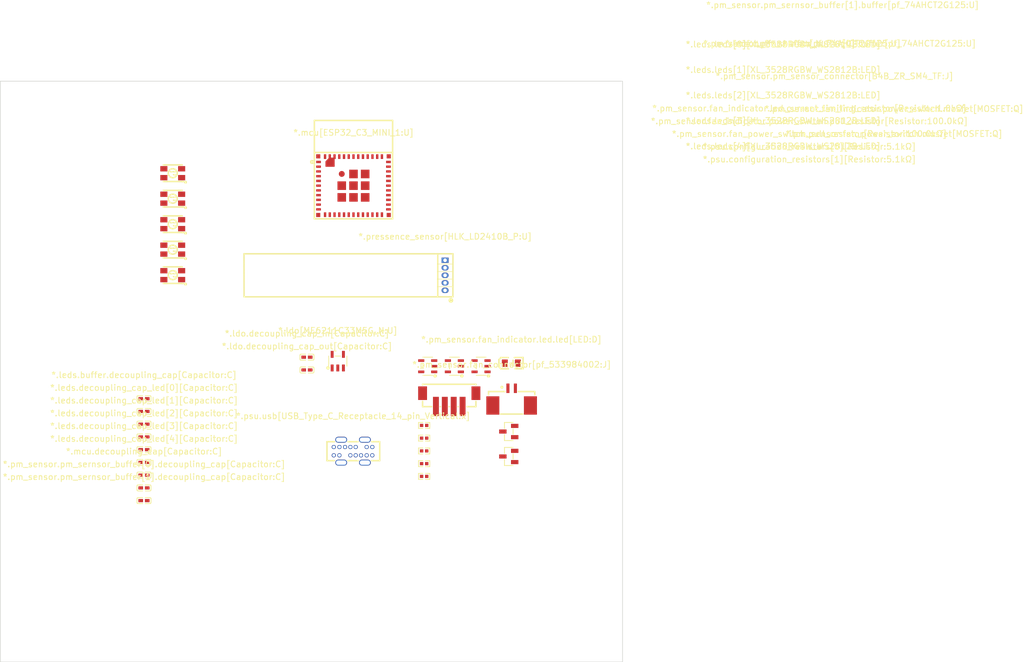
<source format=kicad_pcb>
(kicad_pcb (version 20221018) (generator pcbnew)
  (layers (0 "F.Cu" signal) (31 "B.Cu" signal) (34 "B.Paste" user) (35 "F.Paste" user) (36 "B.SilkS" user "B.Silkscreen") (37 "F.SilkS" user "F.Silkscreen") (38 "B.Mask" user) (39 "F.Mask" user) (44 "Edge.Cuts" user))
  (net 0 "")
  (net 1 "*.leds.buffer.decoupling_cap[Capacitor:C]-*.leds.buffer.buffer[pf_74AHCT2G125:U]")
  (net 2 "*.pressence_sensor[HLK_LD2410B_P:U]-*.mcu[ESP32_C3_MINI_1:U]")
  (net 3 "*.mcu[ESP32_C3_MINI_1:U]-*.pressence_sensor[HLK_LD2410B_P:U]")
  (net 4 "*.psu.usb[USB_Type_C_Receptacle_14_pin_Vertical:x]-*.psu.configuration_resistors[0][Resistor:5.1kΩ]")
  (net 5 "*.leds.buffer.buffer[pf_74AHCT2G125:U]-*.leds.buffer.decoupling_cap[Capacitor:C]-*.leds.buffer.buffer[pf_74AHCT2G125:U]")
  (net 6 "*.pm_sensor.fan_indicator.led.current_limiting_resistor[Resistor:1.0kΩ]-*.pm_sensor.fan_indicator.led.led[LED:D]")
  (net 7 "*.leds.leds[0][XL_3528RGBW_WS2812B:LED]-*.leds.leds[1][XL_3528RGBW_WS2812B:LED]")
  (net 8 "*.pm_sensor.fan_indicator.led.led[LED:D]-*.mcu.decoupling_cap[Capacitor:C]-*.pm_sensor.pm_sernsor_buffer[1].decoupling_cap[Capacitor:C]-*.ldo[ME6211C33M5G_N:U]-*.mcu[ESP32_C3_MINI_1:U]-*.ldo.decoupling_cap_out[Capacitor:C]-*.pm_sensor.pm_sernsor_buffer[1].buffer[pf_74AHCT2G125:U]")
  (net 9 "*.pm_sensor.fan_power_switch.mosfet[MOSFET:Q]-*.pm_sensor.fan_indicator.power_switch.pull_resistor[Resistor:100.0kΩ]-*.pm_sensor.fan_power_switch.pull_resistor[Resistor:100.0kΩ]-*.mcu[ESP32_C3_MINI_1:U]-*.pm_sensor.fan_indicator.power_switch.mosfet[MOSFET:Q]")
  (net 10 "*.pm_sensor.pm_sernsor_buffer[1].buffer[pf_74AHCT2G125:U]-*.leds.leds[3][XL_3528RGBW_WS2812B:LED]-*.leds.leds[2][XL_3528RGBW_WS2812B:LED]-*.psu.configuration_resistors[1][Resistor:5.1kΩ]-*.pm_sensor.pm_sernsor_buffer[0].buffer[pf_74AHCT2G125:U]-*.pressence_sensor[HLK_LD2410B_P:U]-*.pm_sensor.pm_sernsor_buffer[1].buffer[pf_74AHCT2G125:U]-*.ldo.decoupling_cap_in[Capacitor:C]-*.pm_sensor.pm_sernsor_buffer[0].decoupling_cap[Capacitor:C]-*.leds.leds[4][XL_3528RGBW_WS2812B:LED]-*.leds.leds[1][XL_3528RGBW_WS2812B:LED]-*.pm_sensor.pm_sernsor_buffer[0].buffer[pf_74AHCT2G125:U]-*.pm_sensor.pm_sensor_connector[B4B_ZR_SM4_TF:J]-*.psu.usb[USB_Type_C_Receptacle_14_pin_Vertical:x]-*.leds.decoupling_cap_led[3][Capacitor:C]-*.pm_sensor.fan_indicator.power_switch.mosfet[MOSFET:Q]-*.psu.usb[USB_Type_C_Receptacle_14_pin_Vertical:x]-*.mcu.decoupling_cap[Capacitor:C]-*.pm_sensor.pm_sernsor_buffer[1].decoupling_cap[Capacitor:C]-*.psu.usb[USB_Type_C_Receptacle_14_pin_Vertical:x]-*.leds.decoupling_cap_led[4][Capacitor:C]-*.ldo.decoupling_cap_out[Capacitor:C]-*.leds.decoupling_cap_led[1][Capacitor:C]-*.leds.decoupling_cap_led[0][Capacitor:C]-*.psu.usb[USB_Type_C_Receptacle_14_pin_Vertical:x]-*.psu.configuration_resistors[0][Resistor:5.1kΩ]-*.leds.leds[0][XL_3528RGBW_WS2812B:LED]-*.leds.decoupling_cap_led[2][Capacitor:C]")
  (net 11 "*.leds.decoupling_cap_led[2][Capacitor:C]-*.ldo[ME6211C33M5G_N:U]-*.psu.usb[USB_Type_C_Receptacle_14_pin_Vertical:x]-*.leds.leds[0][XL_3528RGBW_WS2812B:LED]-*.ldo[ME6211C33M5G_N:U]-*.ldo.decoupling_cap_in[Capacitor:C]-*.psu.usb[USB_Type_C_Receptacle_14_pin_Vertical:x]-*.pm_sensor.pm_sensor_connector[B4B_ZR_SM4_TF:J]-*.pm_sensor.pm_sernsor_buffer[0].decoupling_cap[Capacitor:C]-*.leds.leds[3][XL_3528RGBW_WS2812B:LED]-*.leds.leds[2][XL_3528RGBW_WS2812B:LED]-*.psu.usb[USB_Type_C_Receptacle_14_pin_Vertical:x]-*.leds.decoupling_cap_led[3][Capacitor:C]-*.leds.leds[4][XL_3528RGBW_WS2812B:LED]-*.leds.leds[1][XL_3528RGBW_WS2812B:LED]-*.pressence_sensor[HLK_LD2410B_P:U]-*.psu.usb[USB_Type_C_Receptacle_14_pin_Vertical:x]-*.pm_sensor.pm_sernsor_buffer[0].buffer[pf_74AHCT2G125:U]-*.leds.decoupling_cap_led[4][Capacitor:C]-*.pm_sensor.fan_connector[pf_533984002:J]-*.leds.decoupling_cap_led[1][Capacitor:C]-*.leds.decoupling_cap_led[0][Capacitor:C]")
  (net 12 "*.psu.usb[USB_Type_C_Receptacle_14_pin_Vertical:x]-*.psu.configuration_resistors[1][Resistor:5.1kΩ]")
  (net 13 "*.pm_sensor.fan_indicator.power_switch.mosfet[MOSFET:Q]-*.pm_sensor.fan_indicator.led.current_limiting_resistor[Resistor:1.0kΩ]")
  (net 14 "*.pm_sensor.fan_power_switch.pull_resistor[Resistor:100.0kΩ]-*.pm_sensor.fan_indicator.power_switch.pull_resistor[Resistor:100.0kΩ]")
  (net 15 "*.leds.leds[2][XL_3528RGBW_WS2812B:LED]-*.leds.leds[1][XL_3528RGBW_WS2812B:LED]")
  (net 16 "*.leds.leds[2][XL_3528RGBW_WS2812B:LED]-*.leds.leds[3][XL_3528RGBW_WS2812B:LED]")
  (net 17 "*.leds.leds[4][XL_3528RGBW_WS2812B:LED]-*.leds.leds[3][XL_3528RGBW_WS2812B:LED]")
  (footprint "lcsc:SENSORM-TH_HLK-LD2410B-P" (layer "F.Cu") (at 112.555 53.255)
    (fp_text reference "*.pressence_sensor[HLK_LD2410B_P:U]")
    (fp_text value "U")
  )
  (footprint "lcsc:R0402" (layer "F.Cu") (at 109.025 80.735)
    (fp_text reference "*.pm_sensor.fan_indicator.power_switch.pull_resistor[Resistor:100.0kΩ]")
    (fp_text value "100.0kΩ")
  )
  (footprint "lcsc:CONN-SMD_1.25-2P" (layer "F.Cu") (at 123.79 73.77)
    (fp_text reference "*.pm_sensor.fan_connector[pf_533984002:J]")
    (fp_text value "J")
  )
  (footprint "lcsc:C0402" (layer "F.Cu") (at 61.745 78.375)
    (fp_text reference "*.leds.decoupling_cap_led[1][Capacitor:C]")
    (fp_text value "C")
  )
  (footprint "lcsc:SOT-23-3_L2.9-W1.3-P1.90-LS2.4-BR" (layer "F.Cu") (at 123.305 79.615)
    (fp_text reference "*.pm_sensor.fan_indicator.power_switch.mosfet[MOSFET:Q]")
    (fp_text value "Q")
  )
  (footprint "lcsc:C0402" (layer "F.Cu") (at 61.745 80.525)
    (fp_text reference "*.leds.decoupling_cap_led[2][Capacitor:C]")
    (fp_text value "C")
  )
  (footprint "lcsc:C0402" (layer "F.Cu") (at 61.745 76.225)
    (fp_text reference "*.leds.decoupling_cap_led[0][Capacitor:C]")
    (fp_text value "C")
  )
  (footprint "lcsc:R0402" (layer "F.Cu") (at 109.025 85.035)
    (fp_text reference "*.psu.configuration_resistors[0][Resistor:5.1kΩ]")
    (fp_text value "5.1kΩ")
  )
  (footprint "lcsc:C0402" (layer "F.Cu") (at 89.245 69.225)
    (fp_text reference "*.ldo.decoupling_cap_out[Capacitor:C]")
    (fp_text value "C")
  )
  (footprint "lcsc:SOT-23-5_L3.0-W1.7-P0.95-LS2.8-BL" (layer "F.Cu") (at 94.45 67.74)
    (fp_text reference "*.ldo[ME6211C33M5G_N:U]")
    (fp_text value "U")
  )
  (footprint "lcsc:LED-SMD_4P-L3.5-W2.8-BR-1" (layer "F.Cu") (at 66.6 48.925)
    (fp_text reference "*.leds.leds[3][XL_3528RGBW_WS2812B:LED]")
    (fp_text value "LED")
  )
  (footprint "lcsc:C0402" (layer "F.Cu") (at 61.745 84.825)
    (fp_text reference "*.leds.decoupling_cap_led[4][Capacitor:C]")
    (fp_text value "C")
  )
  (footprint "lcsc:SC-74A-5_L2.9-W1.6-P0.95-LS2.8-BR" (layer "F.Cu") (at 118.63 68.595)
    (fp_text reference "*.pm_sensor.pm_sernsor_buffer[1].buffer[pf_74AHCT2G125:U]")
    (fp_text value "U")
  )
  (footprint "lcsc:LED-SMD_4P-L3.5-W2.8-BR-1" (layer "F.Cu") (at 66.6 53.225)
    (fp_text reference "*.leds.leds[4][XL_3528RGBW_WS2812B:LED]")
    (fp_text value "LED")
  )
  (footprint "lcsc:C0402" (layer "F.Cu") (at 89.245 67.075)
    (fp_text reference "*.ldo.decoupling_cap_in[Capacitor:C]")
    (fp_text value "C")
  )
  (footprint "lcsc:SOT-23-3_L2.9-W1.3-P1.90-LS2.4-BR" (layer "F.Cu") (at 123.305 83.825)
    (fp_text reference "*.pm_sensor.fan_power_switch.mosfet[MOSFET:Q]")
    (fp_text value "Q")
  )
  (footprint "lcsc:LED-SMD_4P-L3.5-W2.8-BR-1" (layer "F.Cu") (at 66.6 36.025)
    (fp_text reference "*.leds.leds[0][XL_3528RGBW_WS2812B:LED]")
    (fp_text value "LED")
  )
  (footprint "lcsc:C0402" (layer "F.Cu") (at 61.745 86.975)
    (fp_text reference "*.mcu.decoupling_cap[Capacitor:C]")
    (fp_text value "C")
  )
  (footprint "lcsc:SC-74A-5_L2.9-W1.6-P0.95-LS2.8-BR" (layer "F.Cu") (at 114.13 68.595)
    (fp_text reference "*.pm_sensor.pm_sernsor_buffer[0].buffer[pf_74AHCT2G125:U]")
    (fp_text value "U")
  )
  (footprint "lcsc:R0402" (layer "F.Cu") (at 109.025 82.885)
    (fp_text reference "*.pm_sensor.fan_power_switch.pull_resistor[Resistor:100.0kΩ]")
    (fp_text value "100.0kΩ")
  )
  (footprint "lcsc:SC-74A-5_L2.9-W1.6-P0.95-LS2.8-BR" (layer "F.Cu") (at 109.63 68.595)
    (fp_text reference "*.leds.buffer.buffer[pf_74AHCT2G125:U]")
    (fp_text value "U")
  )
  (footprint "lcsc:LED0805-RD_RED" (layer "F.Cu") (at 123.735 68.085)
    (fp_text reference "*.pm_sensor.fan_indicator.led.led[LED:D]")
    (fp_text value "D")
  )
  (footprint "lcsc:C0402" (layer "F.Cu") (at 61.745 91.275)
    (fp_text reference "*.pm_sensor.pm_sernsor_buffer[1].decoupling_cap[Capacitor:C]")
    (fp_text value "C")
  )
  (footprint "lcsc:R0402" (layer "F.Cu") (at 109.025 87.185)
    (fp_text reference "*.psu.configuration_resistors[1][Resistor:5.1kΩ]")
    (fp_text value "5.1kΩ")
  )
  (footprint "lcsc:C0402" (layer "F.Cu") (at 61.745 82.675)
    (fp_text reference "*.leds.decoupling_cap_led[3][Capacitor:C]")
    (fp_text value "C")
  )
  (footprint "lcsc:LED-SMD_4P-L3.5-W2.8-BR-1" (layer "F.Cu") (at 66.6 44.625)
    (fp_text reference "*.leds.leds[2][XL_3528RGBW_WS2812B:LED]")
    (fp_text value "LED")
  )
  (footprint "lcsc:CONN-SMD_ZH1.5-4AB" (layer "F.Cu") (at 113.26 74.265)
    (fp_text reference "*.pm_sensor.pm_sensor_connector[B4B_ZR_SM4_TF:J]")
    (fp_text value "J")
  )
  (footprint "lcsc:C0402" (layer "F.Cu") (at 61.745 74.075)
    (fp_text reference "*.leds.buffer.decoupling_cap[Capacitor:C]")
    (fp_text value "C")
  )
  (footprint "lcsc:R0402" (layer "F.Cu") (at 109.025 78.585)
    (fp_text reference "*.pm_sensor.fan_indicator.led.current_limiting_resistor[Resistor:1.0kΩ]")
    (fp_text value "1.0kΩ")
  )
  (footprint "lcsc:WIFIM-SMD_ESP32-C3-MINI-1" (layer "F.Cu") (at 97.1 38.125)
    (fp_text reference "*.mcu[ESP32_C3_MINI_1:U]")
    (fp_text value "U")
  )
  (footprint "lcsc:LED-SMD_4P-L3.5-W2.8-BR-1" (layer "F.Cu") (at 66.6 40.325)
    (fp_text reference "*.leds.leds[1][XL_3528RGBW_WS2812B:LED]")
    (fp_text value "LED")
  )
  (footprint "lcsc:USB-C-TH_TYPE-C-USB-14P" (layer "F.Cu") (at 97.025 82.93)
    (fp_text reference "*.psu.usb[USB_Type_C_Receptacle_14_pin_Vertical:x]")
    (fp_text value "x")
  )
  (footprint "lcsc:C0402" (layer "F.Cu") (at 61.745 89.125)
    (fp_text reference "*.pm_sensor.pm_sernsor_buffer[0].decoupling_cap[Capacitor:C]")
    (fp_text value "C")
  )
  (gr_rect (start 37.5 20.5) (end 142.5 118.5) (stroke (width 0.1)) (fill none) (layer "Edge.Cuts"))
)
</source>
